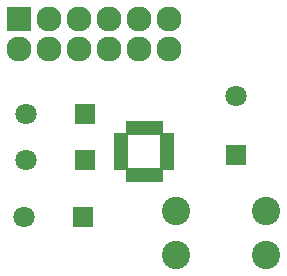
<source format=gts>
G04 #@! TF.FileFunction,Soldermask,Top*
%FSLAX46Y46*%
G04 Gerber Fmt 4.6, Leading zero omitted, Abs format (unit mm)*
G04 Created by KiCad (PCBNEW 4.0.1-3.201512221402+6198~38~ubuntu14.04.1-stable) date Sun 07 Feb 2016 08:00:25 PM PST*
%MOMM*%
G01*
G04 APERTURE LIST*
%ADD10C,0.100000*%
%ADD11R,1.250000X0.700000*%
%ADD12R,0.700000X1.250000*%
%ADD13R,2.127200X2.127200*%
%ADD14O,2.127200X2.127200*%
%ADD15R,1.800000X1.800000*%
%ADD16C,1.800000*%
%ADD17C,2.398980*%
G04 APERTURE END LIST*
D10*
D11*
X167120400Y-110094400D03*
X167120400Y-109594400D03*
X167120400Y-109094400D03*
X167120400Y-108594400D03*
X167120400Y-108094400D03*
X167120400Y-107594400D03*
D12*
X166420400Y-106894400D03*
X165920400Y-106894400D03*
X165420400Y-106894400D03*
X164920400Y-106894400D03*
X164420400Y-106894400D03*
X163920400Y-106894400D03*
D11*
X163220400Y-107594400D03*
X163220400Y-108094400D03*
X163220400Y-108594400D03*
X163220400Y-109094400D03*
X163220400Y-109594400D03*
X163220400Y-110094400D03*
D12*
X163920400Y-110794400D03*
X164420400Y-110794400D03*
X164920400Y-110794400D03*
X165420400Y-110794400D03*
X165920400Y-110794400D03*
X166420400Y-110794400D03*
D13*
X154597100Y-97612200D03*
D14*
X154597100Y-100152200D03*
X157137100Y-97612200D03*
X157137100Y-100152200D03*
X159677100Y-97612200D03*
X159677100Y-100152200D03*
X162217100Y-97612200D03*
X162217100Y-100152200D03*
X164757100Y-97612200D03*
X164757100Y-100152200D03*
X167297100Y-97612200D03*
X167297100Y-100152200D03*
D15*
X172948600Y-109143800D03*
D16*
X172948600Y-104143800D03*
D15*
X160143200Y-109575600D03*
D16*
X155143200Y-109575600D03*
D15*
X160147000Y-105664000D03*
D16*
X155147000Y-105664000D03*
D15*
X160020000Y-114427000D03*
D16*
X155020000Y-114427000D03*
D17*
X175488600Y-117627400D03*
X167868600Y-117627400D03*
X175514000Y-113919000D03*
X167894000Y-113919000D03*
M02*

</source>
